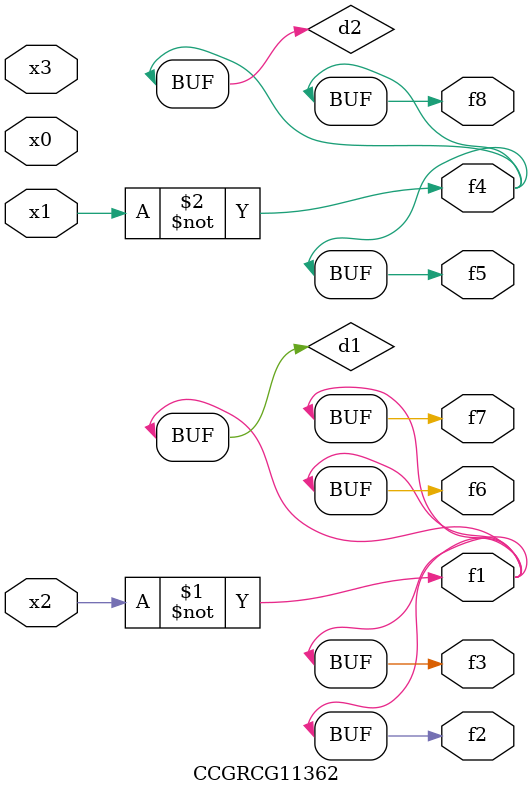
<source format=v>
module CCGRCG11362(
	input x0, x1, x2, x3,
	output f1, f2, f3, f4, f5, f6, f7, f8
);

	wire d1, d2;

	xnor (d1, x2);
	not (d2, x1);
	assign f1 = d1;
	assign f2 = d1;
	assign f3 = d1;
	assign f4 = d2;
	assign f5 = d2;
	assign f6 = d1;
	assign f7 = d1;
	assign f8 = d2;
endmodule

</source>
